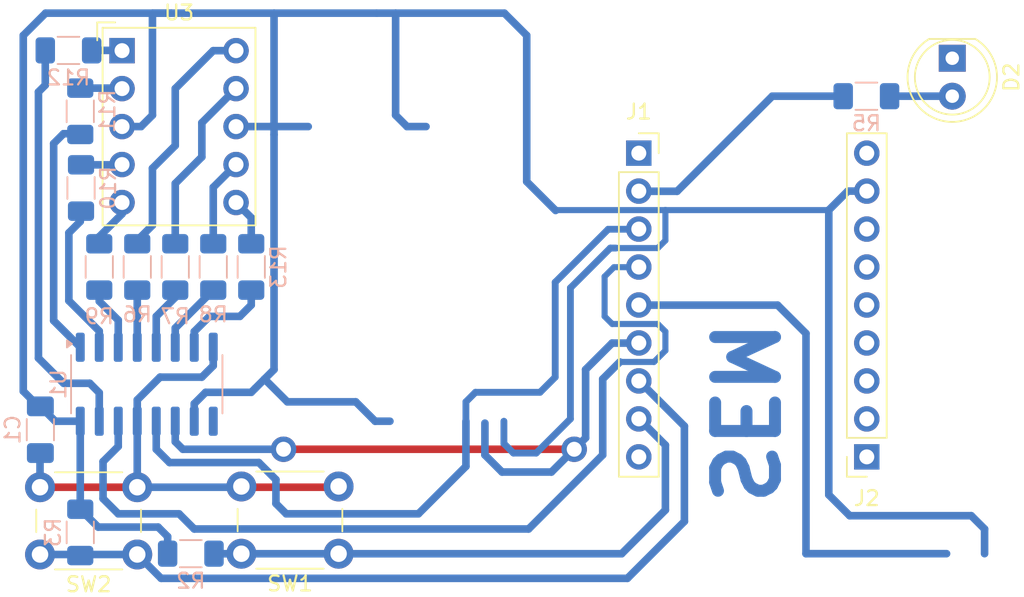
<source format=kicad_pcb>
(kicad_pcb (version 20240108) (generator "pcbnew") (generator_version "8.0")
  (title_block (title "SEM tanfolyam alappanel demo") (date "2024-02-29") (company "Schönherz Elektronikai Műhely"))
  (layers (0 "F.Cu" signal) (31 "B.Cu" signal) (34 "B.Paste" user) (35 "F.Paste" user) (36 "B.SilkS" user "B.Silkscreen") (37 "F.SilkS" user "F.Silkscreen") (38 "B.Mask" user) (39 "F.Mask" user) (44 "Edge.Cuts" user))
  (net 0 "")
  (net 1 "Net-(U1-QC)")
  (net 2 "Net-(U3-C)")
  (net 3 "Net-(U1-QH)")
  (net 4 "Net-(U3-DP)")
  (net 5 "Net-(U1-QG)")
  (net 6 "Net-(U3-G)")
  (net 7 "Net-(U1-QF)")
  (net 8 "Net-(U3-F)")
  (net 9 "Net-(U1-QE)")
  (net 10 "Net-(U3-E)")
  (net 11 "Net-(U1-QD)")
  (net 12 "Net-(U3-D)")
  (net 13 "Net-(U1-QB)")
  (net 14 "Net-(U3-B)")
  (net 15 "Net-(U1-QA)")
  (net 16 "Net-(U3-A)")
  (net 17 "/P1.6")
  (net 18 "Net-(D2-A)")
  (net 19 "/P1.4")
  (net 20 "VCC")
  (net 21 "/P1.1")
  (net 22 "/P1.0")
  (net 23 "/P1.7")
  (net 24 "GND")
  (net 25 "/P1.5")
  (net 26 "/P1.2")
  (net 27 "/P1.3")
  (net 28 "/P5.5")
  (net 29 "/P3.7")
  (net 30 "/P3.6")
  (net 31 "/P3.5")
  (net 32 "/P3.4")
  (net 33 "/P3.3")
  (net 34 "/P3.2")
  (net 35 "/RST")
  (footprint "Button_Switch_THT:SW_PUSH_6mm" (layer "F.Cu") (at 115.663 117.266 180)
    (property "Reference" "SW2" (at 3.25 -2 0) (layer "F.SilkS"))
    (property "Value" "SW_Push")
    (fp_line (start 6.75 3) (end 6.75 1.5) (stroke (width 0.12)) (layer "F.SilkS"))
    (fp_line (start 5.5 -1) (end 1 -1) (stroke (width 0.12)) (layer "F.SilkS"))
    (fp_line (start 1 5.5) (end 5.5 5.5) (stroke (width 0.12)) (layer "F.SilkS"))
    (fp_line (start -0.25 1.5) (end -0.25 3) (stroke (width 0.12)) (layer "F.SilkS"))
    (pad "1" thru_hole circle (at 0 0 270) (size 2 2) (drill 1.1) (layers "*.Cu" "*.Mask") (net 17 "/P1.6"))
    (pad "1" thru_hole circle (at 6.5 0 270) (size 2 2) (drill 1.1) (layers "*.Cu" "*.Mask") (net 17 "/P1.6"))
    (pad "2" thru_hole circle (at 0 4.5 270) (size 2 2) (drill 1.1) (layers "*.Cu" "*.Mask") (net 24 "GND"))
    (pad "2" thru_hole circle (at 6.5 4.5 270) (size 2 2) (drill 1.1) (layers "*.Cu" "*.Mask") (net 24 "GND"))
  )
  (footprint "Connector_PinSocket_2.54mm:PinSocket_1x09_P2.54mm_Vertical" (layer "F.Cu") (at 164.431 110.734 180)
    (property "Reference" "J2" (at 0 -2.77 180) (layer "F.SilkS"))
    (property "Value" "Connector")
    (fp_line (start 1.33 1.27) (end 1.33 21.65) (stroke (width 0.12)) (layer "F.SilkS"))
    (fp_line (start 1.33 -1.33) (end 1.33 0) (stroke (width 0.12)) (layer "F.SilkS"))
    (fp_line (start 0 -1.33) (end 1.33 -1.33) (stroke (width 0.12)) (layer "F.SilkS"))
    (fp_line (start -1.33 21.65) (end 1.33 21.65) (stroke (width 0.12)) (layer "F.SilkS"))
    (fp_line (start -1.33 1.27) (end 1.33 1.27) (stroke (width 0.12)) (layer "F.SilkS"))
    (fp_line (start -1.33 1.27) (end -1.33 21.65) (stroke (width 0.12)) (layer "F.SilkS"))
    (pad "1" thru_hole rect (at 0 0 180) (size 1.7 1.7) (drill 1) (layers "*.Cu" "*.Mask") (net 34 "/P3.2"))
    (pad "2" thru_hole oval (at 0 2.54 180) (size 1.7 1.7) (drill 1) (layers "*.Cu" "*.Mask") (net 33 "/P3.3"))
    (pad "3" thru_hole oval (at 0 5.08 180) (size 1.7 1.7) (drill 1) (layers "*.Cu" "*.Mask") (net 32 "/P3.4"))
    (pad "4" thru_hole oval (at 0 7.62 180) (size 1.7 1.7) (drill 1) (layers "*.Cu" "*.Mask") (net 31 "/P3.5"))
    (pad "5" thru_hole oval (at 0 10.16 180) (size 1.7 1.7) (drill 1) (layers "*.Cu" "*.Mask") (net 30 "/P3.6"))
    (pad "6" thru_hole oval (at 0 12.7 180) (size 1.7 1.7) (drill 1) (layers "*.Cu" "*.Mask") (net 29 "/P3.7"))
    (pad "7" thru_hole oval (at 0 15.24 180) (size 1.7 1.7) (drill 1) (layers "*.Cu" "*.Mask") (net 28 "/P5.5"))
    (pad "8" thru_hole oval (at 0 17.78 180) (size 1.7 1.7) (drill 1) (layers "*.Cu" "*.Mask") (net 20 "VCC"))
    (pad "9" thru_hole oval (at 0 20.32 180) (size 1.7 1.7) (drill 1) (layers "*.Cu" "*.Mask") (net 24 "GND"))
  )
  (footprint "Button_Switch_THT:SW_PUSH_6mm" (layer "F.Cu") (at 129.1226 117.2152 180)
    (property "Reference" "SW1" (at 3.25 -2 0) (layer "F.SilkS"))
    (property "Value" "SW_Push")
    (fp_line (start 6.75 3) (end 6.75 1.5) (stroke (width 0.12)) (layer "F.SilkS"))
    (fp_line (start 5.5 -1) (end 1 -1) (stroke (width 0.12)) (layer "F.SilkS"))
    (fp_line (start 1 5.5) (end 5.5 5.5) (stroke (width 0.12)) (layer "F.SilkS"))
    (fp_line (start -0.25 1.5) (end -0.25 3) (stroke (width 0.12)) (layer "F.SilkS"))
    (pad "1" thru_hole circle (at 0 0 270) (size 2 2) (drill 1.1) (layers "*.Cu" "*.Mask") (net 23 "/P1.7"))
    (pad "1" thru_hole circle (at 6.5 0 270) (size 2 2) (drill 1.1) (layers "*.Cu" "*.Mask") (net 23 "/P1.7"))
    (pad "2" thru_hole circle (at 0 4.5 270) (size 2 2) (drill 1.1) (layers "*.Cu" "*.Mask") (net 24 "GND"))
    (pad "2" thru_hole circle (at 6.5 4.5 270) (size 2 2) (drill 1.1) (layers "*.Cu" "*.Mask") (net 24 "GND"))
  )
  (footprint "LED_THT:LED_D5.0mm" (layer "F.Cu") (at 170.146 84.064 -90)
    (property "Reference" "D2" (at 1.27 -3.96 90) (layer "F.SilkS"))
    (property "Value" "RED")
    (fp_line (start -1.29 -1.545) (end -1.29 1.545) (stroke (width 0.12)) (layer "F.SilkS"))
    (fp_arc (start 4.26 -0.000462) (mid 2.072002 2.880433) (end -1.29 1.54483) (stroke (width 0.12)) (layer "F.SilkS"))
    (fp_arc (start -1.29 -1.54483) (mid 2.072002 -2.880433) (end 4.26 0.000462) (stroke (width 0.12)) (layer "F.SilkS"))
    (fp_circle (center 1.27 0) (end 3.77 0) (stroke (width 0.12)) (fill none) (layer "F.SilkS"))
    (pad "1" thru_hole rect (at 0 0 270) (size 1.8 1.8) (drill 0.9) (layers "*.Cu" "*.Mask") (net 24 "GND"))
    (pad "2" thru_hole circle (at 2.54 0 270) (size 1.8 1.8) (drill 0.9) (layers "*.Cu" "*.Mask") (net 18 "Net-(D2-A)"))
  )
  (footprint "Display_7Segment:Sx39-1xxxxx" (layer "F.Cu") (at 114.647 83.556)
    (property "Reference" "U3" (at 3.81 -2.54 0) (layer "F.SilkS"))
    (property "Value" "SA39-11SRWA")
    (fp_line (start -1.66 -1.89) (end -0.46 -1.89) (stroke (width 0.12)) (layer "F.SilkS"))
    (fp_line (start -1.66 -0.69) (end -1.66 -1.89) (stroke (width 0.12)) (layer "F.SilkS"))
    (fp_line (start -1.3 -1.53) (end -1.3 11.69) (stroke (width 0.12)) (layer "F.SilkS"))
    (fp_line (start -1.3 11.69) (end 8.92 11.69) (stroke (width 0.12)) (layer "F.SilkS"))
    (fp_line (start 8.92 -1.53) (end -1.3 -1.53) (stroke (width 0.12)) (layer "F.SilkS"))
    (fp_line (start 8.92 11.69) (end 8.92 -1.53) (stroke (width 0.12)) (layer "F.SilkS"))
    (pad "1" thru_hole rect (at 0 0) (size 1.7 1.7) (drill 1) (layers "*.Cu" "*.Mask") (net 6 "Net-(U3-G)"))
    (pad "2" thru_hole circle (at 0 2.54) (size 1.7 1.7) (drill 1) (layers "*.Cu" "*.Mask") (net 8 "Net-(U3-F)"))
    (pad "3" thru_hole circle (at 0 5.08) (size 1.7 1.7) (drill 1) (layers "*.Cu" "*.Mask") (net 20 "VCC"))
    (pad "4" thru_hole circle (at 0 7.62) (size 1.7 1.7) (drill 1) (layers "*.Cu" "*.Mask") (net 10 "Net-(U3-E)"))
    (pad "5" thru_hole circle (at 0 10.16) (size 1.7 1.7) (drill 1) (layers "*.Cu" "*.Mask") (net 12 "Net-(U3-D)"))
    (pad "6" thru_hole circle (at 7.62 10.16) (size 1.7 1.7) (drill 1) (layers "*.Cu" "*.Mask") (net 4 "Net-(U3-DP)"))
    (pad "7" thru_hole circle (at 7.62 7.62) (size 1.7 1.7) (drill 1) (layers "*.Cu" "*.Mask") (net 2 "Net-(U3-C)"))
    (pad "8" thru_hole circle (at 7.62 5.08) (size 1.7 1.7) (drill 1) (layers "*.Cu" "*.Mask") (net 20 "VCC"))
    (pad "9" thru_hole circle (at 7.62 2.54) (size 1.7 1.7) (drill 1) (layers "*.Cu" "*.Mask") (net 14 "Net-(U3-B)"))
    (pad "10" thru_hole circle (at 7.62 0) (size 1.7 1.7) (drill 1) (layers "*.Cu" "*.Mask") (net 16 "Net-(U3-A)"))
  )
  (footprint "Connector_PinSocket_2.54mm:PinSocket_1x09_P2.54mm_Vertical" (layer "F.Cu") (at 149.191 90.414)
    (property "Reference" "J1" (at 0 -2.77 0) (layer "F.SilkS"))
    (property "Value" "Connector")
    (fp_line (start -1.33 1.27) (end -1.33 21.65) (stroke (width 0.12)) (layer "F.SilkS"))
    (fp_line (start -1.33 1.27) (end 1.33 1.27) (stroke (width 0.12)) (layer "F.SilkS"))
    (fp_line (start -1.33 21.65) (end 1.33 21.65) (stroke (width 0.12)) (layer "F.SilkS"))
    (fp_line (start 0 -1.33) (end 1.33 -1.33) (stroke (width 0.12)) (layer "F.SilkS"))
    (fp_line (start 1.33 -1.33) (end 1.33 0) (stroke (width 0.12)) (layer "F.SilkS"))
    (fp_line (start 1.33 1.27) (end 1.33 21.65) (stroke (width 0.12)) (layer "F.SilkS"))
    (pad "1" thru_hole rect (at 0 0) (size 1.7 1.7) (drill 1) (layers "*.Cu" "*.Mask") (net 22 "/P1.0"))
    (pad "2" thru_hole oval (at 0 2.54) (size 1.7 1.7) (drill 1) (layers "*.Cu" "*.Mask") (net 21 "/P1.1"))
    (pad "3" thru_hole oval (at 0 5.08) (size 1.7 1.7) (drill 1) (layers "*.Cu" "*.Mask") (net 26 "/P1.2"))
    (pad "4" thru_hole oval (at 0 7.62) (size 1.7 1.7) (drill 1) (layers "*.Cu" "*.Mask") (net 27 "/P1.3"))
    (pad "5" thru_hole oval (at 0 10.16) (size 1.7 1.7) (drill 1) (layers "*.Cu" "*.Mask") (net 19 "/P1.4"))
    (pad "6" thru_hole oval (at 0 12.7) (size 1.7 1.7) (drill 1) (layers "*.Cu" "*.Mask") (net 25 "/P1.5"))
    (pad "7" thru_hole oval (at 0 15.24) (size 1.7 1.7) (drill 1) (layers "*.Cu" "*.Mask") (net 17 "/P1.6"))
    (pad "8" thru_hole oval (at 0 17.78) (size 1.7 1.7) (drill 1) (layers "*.Cu" "*.Mask") (net 23 "/P1.7"))
    (pad "9" thru_hole oval (at 0 20.32) (size 1.7 1.7) (drill 1) (layers "*.Cu" "*.Mask") (net 35 "/RST"))
  )
  (footprint "Resistor_SMD:R_1206_3216Metric_Pad1.30x1.75mm_HandSolder" (layer "B.Cu") (at 115.663 98.028 90)
    (property "Reference" "R6" (at -3.181 0 0) (layer "B.SilkS") (effects (justify mirror)))
    (property "Value" "1k")
    (fp_line (start 0.727064 -0.91) (end -0.727064 -0.91) (stroke (width 0.12)) (layer "B.SilkS"))
    (fp_line (start 0.727064 0.91) (end -0.727064 0.91) (stroke (width 0.12)) (layer "B.SilkS"))
    (pad "1" smd roundrect (at -1.55 0 90) (size 1.3 1.75) (layers "B.Cu" "B.Paste" "B.Mask") (roundrect_rratio 0.192308) (net 9 "Net-(U1-QE)"))
    (pad "2" smd roundrect (at 1.55 0 90) (size 1.3 1.75) (layers "B.Cu" "B.Paste" "B.Mask") (roundrect_rratio 0.192308) (net 16 "Net-(U3-A)"))
  )
  (footprint "Resistor_SMD:R_1206_3216Metric_Pad1.30x1.75mm_HandSolder" (layer "B.Cu") (at 111.9038 92.7448 90)
    (property "Reference" "R10" (at 0 1.82 -90) (layer "B.SilkS") (effects (justify mirror)))
    (property "Value" "1k")
    (fp_line (start 0.727064 -0.91) (end -0.727064 -0.91) (stroke (width 0.12)) (layer "B.SilkS"))
    (fp_line (start 0.727064 0.91) (end -0.727064 0.91) (stroke (width 0.12)) (layer "B.SilkS"))
    (pad "1" smd roundrect (at -1.55 0 90) (size 1.3 1.75) (layers "B.Cu" "B.Paste" "B.Mask") (roundrect_rratio 0.192308) (net 1 "Net-(U1-QC)"))
    (pad "2" smd roundrect (at 1.55 0 90) (size 1.3 1.75) (layers "B.Cu" "B.Paste" "B.Mask") (roundrect_rratio 0.192308) (net 10 "Net-(U3-E)"))
  )
  (footprint "Capacitor_SMD:C_1206_3216Metric_Pad1.33x1.80mm_HandSolder" (layer "B.Cu") (at 109.186 108.9175 -90)
    (property "Reference" "C1" (at 0 1.85 90) (layer "B.SilkS") (effects (justify mirror)))
    (property "Value" "100n")
    (fp_line (start 0.711252 0.91) (end -0.711252 0.91) (stroke (width 0.12)) (layer "B.SilkS"))
    (fp_line (start 0.711252 -0.91) (end -0.711252 -0.91) (stroke (width 0.12)) (layer "B.SilkS"))
    (pad "1" smd roundrect (at -1.5625 0 270) (size 1.325 1.8) (layers "B.Cu" "B.Paste" "B.Mask") (roundrect_rratio 0.188679) (net 20 "VCC"))
    (pad "2" smd roundrect (at 1.5625 0 270) (size 1.325 1.8) (layers "B.Cu" "B.Paste" "B.Mask") (roundrect_rratio 0.188679) (net 24 "GND"))
  )
  (footprint "Resistor_SMD:R_1206_3216Metric_Pad1.30x1.75mm_HandSolder" (layer "B.Cu") (at 111.065 83.54)
    (property "Reference" "R12" (at 0 1.82 0) (layer "B.SilkS") (effects (justify mirror)))
    (property "Value" "1k")
    (fp_line (start 0.727064 -0.91) (end -0.727064 -0.91) (stroke (width 0.12)) (layer "B.SilkS"))
    (fp_line (start 0.727064 0.91) (end -0.727064 0.91) (stroke (width 0.12)) (layer "B.SilkS"))
    (pad "1" smd roundrect (at -1.55 0) (size 1.3 1.75) (layers "B.Cu" "B.Paste" "B.Mask") (roundrect_rratio 0.192308) (net 15 "Net-(U1-QA)"))
    (pad "2" smd roundrect (at 1.55 0) (size 1.3 1.75) (layers "B.Cu" "B.Paste" "B.Mask") (roundrect_rratio 0.192308) (net 6 "Net-(U3-G)"))
  )
  (footprint "Package_SO:SOIC-16_3.9x9.9mm_P1.27mm" (layer "B.Cu") (at 116.298 105.875 -90)
    (property "Reference" "U1" (at 0 5.9 90) (layer "B.SilkS") (effects (justify mirror)))
    (property "Value" "74HC595")
    (fp_line (start -1.95 5.06) (end 0 5.06) (stroke (width 0.12)) (layer "B.SilkS"))
    (fp_line (start 1.95 5.06) (end 0 5.06) (stroke (width 0.12)) (layer "B.SilkS"))
    (fp_line (start -1.95 -5.06) (end 0 -5.06) (stroke (width 0.12)) (layer "B.SilkS"))
    (fp_line (start 1.95 -5.06) (end 0 -5.06) (stroke (width 0.12)) (layer "B.SilkS"))
    (fp_poly (pts (xy -2.7 5.005) (xy -2.94 5.335) (xy -2.46 5.335) (xy -2.7 5.005)) (stroke (width 0.12)) (fill solid) (layer "B.SilkS"))
    (pad "1" smd roundrect (at -2.475 4.445 270) (size 1.95 0.6) (layers "B.Cu" "B.Paste" "B.Mask") (net 13 "Net-(U1-QB)"))
    (pad "2" smd roundrect (at -2.475 3.175 270) (size 1.95 0.6) (layers "B.Cu" "B.Paste" "B.Mask") (net 1 "Net-(U1-QC)"))
    (pad "3" smd roundrect (at -2.475 1.905 270) (size 1.95 0.6) (layers "B.Cu" "B.Paste" "B.Mask") (net 11 "Net-(U1-QD)"))
    (pad "4" smd roundrect (at -2.475 0.635 270) (size 1.95 0.6) (layers "B.Cu" "B.Paste" "B.Mask") (net 9 "Net-(U1-QE)"))
    (pad "5" smd roundrect (at -2.475 -0.635 270) (size 1.95 0.6) (layers "B.Cu" "B.Paste" "B.Mask") (net 7 "Net-(U1-QF)"))
    (pad "6" smd roundrect (at -2.475 -1.905 270) (size 1.95 0.6) (layers "B.Cu" "B.Paste" "B.Mask") (net 5 "Net-(U1-QG)"))
    (pad "7" smd roundrect (at -2.475 -3.175 270) (size 1.95 0.6) (layers "B.Cu" "B.Paste" "B.Mask") (net 3 "Net-(U1-QH)"))
    (pad "8" smd roundrect (at -2.475 -4.445 270) (size 1.95 0.6) (layers "B.Cu" "B.Paste" "B.Mask") (net 24 "GND"))
    (pad "9" smd roundrect (at 2.475 -4.445 270) (size 1.95 0.6) (layers "B.Cu" "B.Paste" "B.Mask"))
    (pad "10" smd roundrect (at 2.475 -3.175 270) (size 1.95 0.6) (layers "B.Cu" "B.Paste" "B.Mask") (net 20 "VCC"))
    (pad "11" smd roundrect (at 2.475 -1.905 270) (size 1.95 0.6) (layers "B.Cu" "B.Paste" "B.Mask") (net 25 "/P1.5"))
    (pad "12" smd roundrect (at 2.475 -0.635 270) (size 1.95 0.6) (layers "B.Cu" "B.Paste" "B.Mask") (net 26 "/P1.2"))
    (pad "13" smd roundrect (at 2.475 0.635 270) (size 1.95 0.6) (layers "B.Cu" "B.Paste" "B.Mask") (net 24 "GND"))
    (pad "14" smd roundrect (at 2.475 1.905 270) (size 1.95 0.6) (layers "B.Cu" "B.Paste" "B.Mask") (net 27 "/P1.3"))
    (pad "15" smd roundrect (at 2.475 3.175 270) (size 1.95 0.6) (layers "B.Cu" "B.Paste" "B.Mask") (net 15 "Net-(U1-QA)"))
    (pad "16" smd roundrect (at 2.475 4.445 270) (size 1.95 0.6) (layers "B.Cu" "B.Paste" "B.Mask") (net 20 "VCC"))
  )
  (footprint "Resistor_SMD:R_1206_3216Metric_Pad1.30x1.75mm_HandSolder" (layer "B.Cu") (at 118.203 98.028 90)
    (property "Reference" "R7" (at -3.308 0 0) (layer "B.SilkS") (effects (justify mirror)))
    (property "Value" "1k")
    (fp_line (start 0.727064 -0.91) (end -0.727064 -0.91) (stroke (width 0.12)) (layer "B.SilkS"))
    (fp_line (start 0.727064 0.91) (end -0.727064 0.91) (stroke (width 0.12)) (layer "B.SilkS"))
    (pad "1" smd roundrect (at -1.55 0 90) (size 1.3 1.75) (layers "B.Cu" "B.Paste" "B.Mask") (roundrect_rratio 0.192308) (net 7 "Net-(U1-QF)"))
    (pad "2" smd roundrect (at 1.55 0 90) (size 1.3 1.75) (layers "B.Cu" "B.Paste" "B.Mask") (roundrect_rratio 0.192308) (net 14 "Net-(U3-B)"))
  )
  (footprint "Resistor_SMD:R_1206_3216Metric_Pad1.30x1.75mm_HandSolder" (layer "B.Cu") (at 123.283 98.028 90)
    (property "Reference" "R13" (at 0 1.82 -90) (layer "B.SilkS") (effects (justify mirror)))
    (property "Value" "1k")
    (fp_line (start 0.727064 -0.91) (end -0.727064 -0.91) (stroke (width 0.12)) (layer "B.SilkS"))
    (fp_line (start 0.727064 0.91) (end -0.727064 0.91) (stroke (width 0.12)) (layer "B.SilkS"))
    (pad "1" smd roundrect (at -1.55 0 90) (size 1.3 1.75) (layers "B.Cu" "B.Paste" "B.Mask") (roundrect_rratio 0.192308) (net 3 "Net-(U1-QH)"))
    (pad "2" smd roundrect (at 1.55 0 90) (size 1.3 1.75) (layers "B.Cu" "B.Paste" "B.Mask") (roundrect_rratio 0.192308) (net 4 "Net-(U3-DP)"))
  )
  (footprint "Resistor_SMD:R_1206_3216Metric_Pad1.30x1.75mm_HandSolder" (layer "B.Cu") (at 120.743 98.028 90)
    (property "Reference" "R8" (at -3.181 0 0) (layer "B.SilkS") (effects (justify mirror)))
    (property "Value" "1k")
    (fp_line (start 0.727064 -0.91) (end -0.727064 -0.91) (stroke (width 0.12)) (layer "B.SilkS"))
    (fp_line (start 0.727064 0.91) (end -0.727064 0.91) (stroke (width 0.12)) (layer "B.SilkS"))
    (pad "1" smd roundrect (at -1.55 0 90) (size 1.3 1.75) (layers "B.Cu" "B.Paste" "B.Mask") (roundrect_rratio 0.192308) (net 5 "Net-(U1-QG)"))
    (pad "2" smd roundrect (at 1.55 0 90) (size 1.3 1.75) (layers "B.Cu" "B.Paste" "B.Mask") (roundrect_rratio 0.192308) (net 2 "Net-(U3-C)"))
  )
  (footprint "Resistor_SMD:R_1206_3216Metric_Pad1.30x1.75mm_HandSolder" (layer "B.Cu") (at 119.2438 117.211)
    (property "Reference" "R2" (at 0 1.82 0) (layer "B.SilkS") (effects (justify mirror)))
    (property "Value" "10k")
    (fp_line (start 0.727064 -0.91) (end -0.727064 -0.91) (stroke (width 0.12)) (layer "B.SilkS"))
    (fp_line (start 0.727064 0.91) (end -0.727064 0.91) (stroke (width 0.12)) (layer "B.SilkS"))
    (pad "1" smd roundrect (at -1.55 0) (size 1.3 1.75) (layers "B.Cu" "B.Paste" "B.Mask") (roundrect_rratio 0.192308) (net 20 "VCC"))
    (pad "2" smd roundrect (at 1.55 0) (size 1.3 1.75) (layers "B.Cu" "B.Paste" "B.Mask") (roundrect_rratio 0.192308) (net 23 "/P1.7"))
  )
  (footprint "Resistor_SMD:R_1206_3216Metric_Pad1.30x1.75mm_HandSolder" (layer "B.Cu") (at 113.123 98.028 90)
    (property "Reference" "R9" (at -3.308 0 0) (layer "B.SilkS") (effects (justify mirror)))
    (property "Value" "1k")
    (fp_line (start 0.727064 -0.91) (end -0.727064 -0.91) (stroke (width 0.12)) (layer "B.SilkS"))
    (fp_line (start 0.727064 0.91) (end -0.727064 0.91) (stroke (width 0.12)) (layer "B.SilkS"))
    (pad "1" smd roundrect (at -1.55 0 90) (size 1.3 1.75) (layers "B.Cu" "B.Paste" "B.Mask") (roundrect_rratio 0.192308) (net 11 "Net-(U1-QD)"))
    (pad "2" smd roundrect (at 1.55 0 90) (size 1.3 1.75) (layers "B.Cu" "B.Paste" "B.Mask") (roundrect_rratio 0.192308) (net 12 "Net-(U3-D)"))
  )
  (footprint "Resistor_SMD:R_1206_3216Metric_Pad1.30x1.75mm_HandSolder" (layer "B.Cu") (at 164.405 86.604)
    (property "Reference" "R5" (at 0 1.82 180) (layer "B.SilkS") (effects (justify mirror)))
    (property "Value" "1k")
    (fp_line (start 0.727064 -0.91) (end -0.727064 -0.91) (stroke (width 0.12)) (layer "B.SilkS"))
    (fp_line (start 0.727064 0.91) (end -0.727064 0.91) (stroke (width 0.12)) (layer "B.SilkS"))
    (pad "1" smd roundrect (at -1.55 0) (size 1.3 1.75) (layers "B.Cu" "B.Paste" "B.Mask") (roundrect_rratio 0.192308) (net 21 "/P1.1"))
    (pad "2" smd roundrect (at 1.55 0) (size 1.3 1.75) (layers "B.Cu" "B.Paste" "B.Mask") (roundrect_rratio 0.192308) (net 18 "Net-(D2-A)"))
  )
  (footprint "Resistor_SMD:R_1206_3216Metric_Pad1.30x1.75mm_HandSolder" (layer "B.Cu") (at 111.853 87.614 90)
    (property "Reference" "R11" (at 0 1.82 -90) (layer "B.SilkS") (effects (justify mirror)))
    (property "Value" "1k")
    (fp_line (start 0.727064 -0.91) (end -0.727064 -0.91) (stroke (width 0.12)) (layer "B.SilkS"))
    (fp_line (start 0.727064 0.91) (end -0.727064 0.91) (stroke (width 0.12)) (layer "B.SilkS"))
    (pad "1" smd roundrect (at -1.55 0 90) (size 1.3 1.75) (layers "B.Cu" "B.Paste" "B.Mask") (roundrect_rratio 0.192308) (net 13 "Net-(U1-QB)"))
    (pad "2" smd roundrect (at 1.55 0 90) (size 1.3 1.75) (layers "B.Cu" "B.Paste" "B.Mask") (roundrect_rratio 0.192308) (net 8 "Net-(U3-F)"))
  )
  (footprint "Resistor_SMD:R_1206_3216Metric_Pad1.30x1.75mm_HandSolder" (layer "B.Cu") (at 111.853 115.788 -90)
    (property "Reference" "R3" (at 0 1.82 90) (layer "B.SilkS") (effects (justify mirror)))
    (property "Value" "10k")
    (fp_line (start 0.727064 0.91) (end -0.727064 0.91) (stroke (width 0.12)) (layer "B.SilkS"))
    (fp_line (start 0.727064 -0.91) (end -0.727064 -0.91) (stroke (width 0.12)) (layer "B.SilkS"))
    (pad "1" smd roundrect (at -1.55 0 270) (size 1.3 1.75) (layers "B.Cu" "B.Paste" "B.Mask") (roundrect_rratio 0.192308) (net 20 "VCC"))
    (pad "2" smd roundrect (at 1.55 0 270) (size 1.3 1.75) (layers "B.Cu" "B.Paste" "B.Mask") (roundrect_rratio 0.192308) (net 17 "/P1.6"))
  )
  (gr_text "SEM" (at 153.763 114.29 -90) (layer "B.Cu") (effects (font (size 4 4) (thickness 0.8) (bold yes)) (justify left bottom mirror)))
  (segment (start 113.123 102.32) (end 113.123 103.4) (width 0.508) (layer "B.Cu") (net 1))
  (segment (start 111.853 93.938) (end 111.853 94.986) (width 0.508) (layer "B.Cu") (net 1))
  (segment (start 111.091 100.288) (end 113.123 102.32) (width 0.508) (layer "B.Cu") (net 1))
  (segment (start 111.853 94.986) (end 111.091 95.748) (width 0.508) (layer "B.Cu") (net 1))
  (segment (start 111.091 95.748) (end 111.091 100.288) (width 0.508) (layer "B.Cu") (net 1))
  (segment (start 120.743 96.764) (end 120.743 92.7) (width 0.508) (layer "B.Cu") (net 2))
  (segment (start 120.743 92.7) (end 122.267 91.176) (width 0.508) (layer "B.Cu") (net 2))
  (segment (start 119.473 103.4) (end 119.473 102.352) (width 0.508) (layer "B.Cu") (net 3))
  (segment (start 120.489 101.336) (end 122.521 101.336) (width 0.508) (layer "B.Cu") (net 3))
  (segment (start 119.473 102.352) (end 120.489 101.336) (width 0.508) (layer "B.Cu") (net 3))
  (segment (start 123.283 100.574) (end 123.283 99.578) (width 0.508) (layer "B.Cu") (net 3))
  (segment (start 122.521 101.336) (end 123.283 100.574) (width 0.508) (layer "B.Cu") (net 3))
  (segment (start 123.283 96.764) (end 123.283 94.732) (width 0.508) (layer "B.Cu") (net 4))
  (segment (start 123.283 94.732) (end 122.267 93.716) (width 0.508) (layer "B.Cu") (net 4))
  (segment (start 118.203 103.4) (end 118.203 102.118) (width 0.508) (layer "B.Cu") (net 5))
  (segment (start 118.203 102.118) (end 120.743 99.578) (width 0.508) (layer "B.Cu") (net 5))
  (segment (start 112.615 83.54) (end 114.631 83.54) (width 0.508) (layer "B.Cu") (net 6))
  (segment (start 114.631 83.54) (end 114.647 83.556) (width 0.508) (layer "B.Cu") (net 6))
  (segment (start 116.933 103.4) (end 116.933 101.336) (width 0.508) (layer "B.Cu") (net 7))
  (segment (start 116.933 101.336) (end 118.203 100.066) (width 0.508) (layer "B.Cu") (net 7))
  (segment (start 118.203 100.066) (end 118.203 99.578) (width 0.508) (layer "B.Cu") (net 7))
  (segment (start 111.599 86.064) (end 114.615 86.064) (width 0.508) (layer "B.Cu") (net 8))
  (segment (start 114.615 86.064) (end 114.647 86.096) (width 0.508) (layer "B.Cu") (net 8))
  (segment (start 115.663 103.4) (end 115.663 100.118) (width 0.508) (layer "B.Cu") (net 9))
  (segment (start 114.6282 91.1948) (end 114.647 91.176) (width 0.508) (layer "B.Cu") (net 10))
  (segment (start 111.9038 91.1948) (end 114.6282 91.1948) (width 0.508) (layer "B.Cu") (net 10))
  (segment (start 114.393 101.59) (end 113.123 100.32) (width 0.508) (layer "B.Cu") (net 11))
  (segment (start 113.123 100.32) (end 113.123 99.578) (width 0.508) (layer "B.Cu") (net 11))
  (segment (start 114.393 103.4) (end 114.393 101.59) (width 0.508) (layer "B.Cu") (net 11))
  (segment (start 114.647 93.716) (end 114.647 94.478) (width 0.508) (layer "B.Cu") (net 12))
  (segment (start 114.647 94.478) (end 113.123 96.002) (width 0.508) (layer "B.Cu") (net 12))
  (segment (start 113.123 96.002) (end 113.123 96.478) (width 0.508) (layer "B.Cu") (net 12))
  (segment (start 111.853 103.4) (end 110.075 101.622) (width 0.508) (layer "B.Cu") (net 13))
  (segment (start 110.075 89.7724) (end 110.7354 89.112) (width 0.508) (layer "B.Cu") (net 13))
  (segment (start 110.075 101.622) (end 110.075 89.7724) (width 0.508) (layer "B.Cu") (net 13))
  (segment (start 110.7354 89.112) (end 111.853 89.112) (width 0.508) (layer "B.Cu") (net 13))
  (segment (start 119.981 88.382) (end 122.267 86.096) (width 0.508) (layer "B.Cu") (net 14))
  (segment (start 118.203 96.764) (end 118.203 92.446) (width 0.508) (layer "B.Cu") (net 14))
  (segment (start 119.981 90.668) (end 119.981 88.382) (width 0.508) (layer "B.Cu") (net 14))
  (segment (start 118.203 92.446) (end 119.981 90.668) (width 0.508) (layer "B.Cu") (net 14))
  (segment (start 112.488 105.81) (end 113.123 106.445) (width 0.508) (layer "B.Cu") (net 15))
  (segment (start 113.123 106.445) (end 113.123 108.35) (width 0.508) (layer "B.Cu") (net 15))
  (segment (start 109.515 85.862) (end 109.059 86.318) (width 0.508) (layer "B.Cu") (net 15))
  (segment (start 110.739 105.81) (end 112.488 105.81) (width 0.508) (layer "B.Cu") (net 15))
  (segment (start 109.059 104.13) (end 110.739 105.81) (width 0.508) (layer "B.Cu") (net 15))
  (segment (start 109.059 86.318) (end 109.059 104.13) (width 0.508) (layer "B.Cu") (net 15))
  (segment (start 109.515 83.54) (end 109.515 85.862) (width 0.508) (layer "B.Cu") (net 15))
  (segment (start 118.203 86.096) (end 120.743 83.556) (width 0.508) (layer "B.Cu") (net 16))
  (segment (start 115.663 96.764) (end 115.663 96.256) (width 0.508) (layer "B.Cu") (net 16))
  (segment (start 120.743 83.556) (end 122.267 83.556) (width 0.508) (layer "B.Cu") (net 16))
  (segment (start 116.679 91.43) (end 118.203 89.906) (width 0.508) (layer "B.Cu") (net 16))
  (segment (start 116.679 95.24) (end 116.679 91.43) (width 0.508) (layer "B.Cu") (net 16))
  (segment (start 115.663 96.256) (end 116.679 95.24) (width 0.508) (layer "B.Cu") (net 16))
  (segment (start 118.203 89.906) (end 118.203 86.096) (width 0.508) (layer "B.Cu") (net 16))
  (segment (start 148.429 118.862) (end 152.239 115.052) (width 0.508) (layer "B.Cu") (net 17))
  (segment (start 117.259 118.862) (end 148.429 118.862) (width 0.508) (layer "B.Cu") (net 17))
  (segment (start 152.239 108.678) (end 149.225 105.664) (width 0.508) (layer "B.Cu") (net 17))
  (segment (start 152.239 115.052) (end 152.239 108.678) (width 0.508) (layer "B.Cu") (net 17))
  (segment (start 115.663 117.266) (end 117.259 118.862) (width 0.508) (layer "B.Cu") (net 17))
  (segment (start 109.313 117.266) (end 115.663 117.266) (width 0.508) (layer "B.Cu") (net 17))
  (segment (start 165.955 86.604) (end 170.146 86.604) (width 0.508) (layer "B.Cu") (net 18))
  (segment (start 160.367 102.479) (end 160.367 117.211) (width 0.508) (layer "B.Cu") (net 19))
  (segment (start 149.225 100.584) (end 158.472 100.584) (width 0.508) (layer "B.Cu") (net 19))
  (segment (start 158.472 100.584) (end 160.367 102.479) (width 0.508) (layer "B.Cu") (net 19))
  (segment (start 160.367 117.211) (end 169.765 117.211) (width 0.508) (layer "B.Cu") (net 19))
  (segment (start 111.853 108.35) (end 110.181 108.35) (width 0.508) (layer "B.Cu") (net 20))
  (segment (start 161.891 113.274) (end 161.891 94.224) (width 0.508) (layer "B.Cu") (net 20))
  (segment (start 143.6298 94.2508) (end 143.6566 94.224) (width 0.4064) (layer "B.Cu") (net 20))
  (segment (start 142.333 110.48) (end 144.619 108.194) (width 0.4572) (layer "B.Cu") (net 20))
  (segment (start 117.06 115.433) (end 117.6938 116.0668) (width 0.508) (layer "B.Cu") (net 20))
  (segment (start 109.535 81.048) (end 117.949 81.048) (width 0.508) (layer "B.Cu") (net 20))
  (segment (start 110.181 108.35) (end 109.186 107.355) (width 0.508) (layer "B.Cu") (net 20))
  (segment (start 141.698 82.54) (end 140.206 81.048) (width 0.508) (layer "B.Cu") (net 20))
  (segment (start 131.665 81.048) (end 132.935 81.048) (width 0.508) (layer "B.Cu") (net 20))
  (segment (start 150.9958 94.224) (end 150.969 94.2508) (width 0.4064) (layer "B.Cu") (net 20))
  (segment (start 125.696 107.051) (end 130.268 107.051) (width 0.508) (layer "B.Cu") (net 20))
  (segment (start 123.283 106.416) (end 123.537 106.162) (width 0.508) (layer "B.Cu") (net 20))
  (segment (start 111.853 114.238) (end 113.048 115.433) (width 0.508) (layer "B.Cu") (net 20))
  (segment (start 116.679 81.048) (end 117.949 81.048) (width 0.508) (layer "B.Cu") (net 20))
  (segment (start 131.567 108.35) (end 132.554 108.35) (width 0.508) (layer "B.Cu") (net 20))
  (segment (start 124.807 88.636) (end 127.093 88.636) (width 0.508) (layer "B.Cu") (net 20))
  (segment (start 123.537 106.162) (end 124.172 105.527) (width 0.508) (layer "B.Cu") (net 20))
  (segment (start 115.917 88.636) (end 116.679 87.874) (width 0.508) (layer "B.Cu") (net 20))
  (segment (start 141.698 92.319) (end 141.698 82.54) (width 0.508) (layer "B.Cu") (net 20))
  (segment (start 119.473 108.35) (end 119.473 107.178) (width 0.508) (layer "B.Cu") (net 20))
  (segment (start 140.174 108.35) (end 140.174 109.845) (width 0.4572) (layer "B.Cu") (net 20))
  (segment (start 147.286 96.764) (end 147.667 96.764) (width 0.4572) (layer "B.Cu") (net 20))
  (segment (start 116.679 87.874) (end 116.679 81.048) (width 0.508) (layer "B.Cu") (net 20))
  (segment (start 140.206 81.048) (end 132.935 81.048) (width 0.508) (layer "B.Cu") (net 20))
  (segment (start 163.288 114.671) (end 171.416 114.671) (width 0.508) (layer "B.Cu") (net 20))
  (segment (start 161.891 94.224) (end 150.9958 94.224) (width 0.4064) (layer "B.Cu") (net 20))
  (segment (start 133.697 88.636) (end 134.967 88.636) (width 0.508) (layer "B.Cu") (net 20))
  (segment (start 132.935 81.048) (end 132.935 87.874) (width 0.508) (layer "B.Cu") (net 20))
  (segment (start 124.807 81.048) (end 124.807 89.176) (width 0.508) (layer "B.Cu") (net 20))
  (segment (start 117.949 81.048) (end 124.807 81.048) (width 0.508) (layer "B.Cu") (net 20))
  (segment (start 171.416 114.671) (end 172.305 115.56) (width 0.508) (layer "B.Cu") (net 20))
  (segment (start 172.305 115.56) (end 172.305 117.211) (width 0.508) (layer "B.Cu") (net 20))
  (segment (start 161.891 94.224) (end 163.161 92.954) (width 0.508) (layer "B.Cu") (net 20))
  (segment (start 109.059 107.355) (end 108.043 106.339) (width 0.508) (layer "B.Cu") (net 20))
  (segment (start 161.891 113.274) (end 163.288 114.671) (width 0.508) (layer "B.Cu") (net 20))
  (segment (start 143.6566 94.224) (end 150.9422 94.224) (width 0.4064) (layer "B.Cu") (net 20))
  (segment (start 124.172 105.527) (end 125.696 107.051) (width 0.508) (layer "B.Cu") (net 20))
  (segment (start 124.172 105.527) (end 124.807 104.892) (width 0.508) (layer "B.Cu") (net 20))
  (segment (start 111.853 108.35) (end 111.853 114.238) (width 0.508) (layer "B.Cu") (net 20))
  (segment (start 132.935 87.874) (end 133.697 88.636) (width 0.508) (layer "B.Cu") (net 20))
  (segment (start 109.186 107.355) (end 109.059 107.355) (width 0.508) (layer "B.Cu") (net 20))
  (segment (start 124.553 88.636) (end 124.807 88.636) (width 0.508) (layer "B.Cu") (net 20))
  (segment (start 143.6298 94.2508) (end 141.698 92.319) (width 0.508) (layer "B.Cu") (net 20))
  (segment (start 124.807 81.048) (end 131.665 81.048) (width 0.508) (layer "B.Cu") (net 20))
  (segment (start 130.268 107.051) (end 131.567 108.35) (width 0.508) (layer "B.Cu") (net 20))
  (segment (start 124.807 104.892) (end 124.807 89.176) (width 0.508) (layer "B.Cu") (net 20))
  (segment (start 150.461 96.764) (end 150.969 96.256) (width 0.4064) (layer "B.Cu") (net 20))
  (segment (start 144.619 99.431) (end 147.286 96.764) (width 0.4572) (layer "B.Cu") (net 20))
  (segment (start 113.048 115.433) (end 117.06 115.433) (width 0.508) (layer "B.Cu") (net 20))
  (segment (start 140.809 110.48) (end 142.333 110.48) (width 0.4572) (layer "B.Cu") (net 20))
  (segment (start 163.161 92.954) (end 164.431 92.954) (width 0.508) (layer "B.Cu") (net 20))
  (segment (start 114.647 88.636) (end 115.917 88.636) (width 0.508) (layer "B.Cu") (net 20))
  (segment (start 120.235 106.416) (end 123.283 106.416) (width 0.508) (layer "B.Cu") (net 20))
  (segment (start 117.6938 116.0668) (end 117.6938 117.338) (width 0.508) (layer "B.Cu") (net 20))
  (segment (start 150.9422 94.224) (end 150.969 94.2508) (width 0.4064) (layer "B.Cu") (net 20))
  (segment (start 108.043 82.54) (end 109.535 81.048) (width 0.508) (layer "B.Cu") (net 20))
  (segment (start 119.473 107.178) (end 120.235 106.416) (width 0.508) (layer "B.Cu") (net 20))
  (segment (start 140.174 109.845) (end 140.809 110.48) (width 0.4572) (layer "B.Cu") (net 20))
  (segment (start 147.667 96.764) (end 150.461 96.764) (width 0.4064) (layer "B.Cu") (net 20))
  (segment (start 150.969 96.256) (end 150.969 94.2508) (width 0.4064) (layer "B.Cu") (net 20))
  (segment (start 144.619 108.194) (end 144.619 99.431) (width 0.4572) (layer "B.Cu") (net 20))
  (segment (start 108.043 106.339) (end 108.043 82.54) (width 0.508) (layer "B.Cu") (net 20))
  (segment (start 122.267 88.636) (end 124.553 88.636) (width 0.508) (layer "B.Cu") (net 20))
  (segment (start 158.113 86.604) (end 151.753 92.964) (width 0.508) (layer "B.Cu") (net 21))
  (segment (start 162.855 86.604) (end 158.113 86.604) (width 0.508) (layer "B.Cu") (net 21))
  (segment (start 149.215 92.954) (end 149.225 92.964) (width 0.508) (layer "B.Cu") (net 21))
  (segment (start 149.225 92.964) (end 151.753 92.964) (width 0.508) (layer "B.Cu") (net 21))
  (segment (start 148.0438 117.2152) (end 150.969 114.29) (width 0.508) (layer "B.Cu") (net 23))
  (segment (start 120.798 117.2152) (end 120.7938 117.211) (width 0.508) (layer "B.Cu") (net 23))
  (segment (start 150.969 109.948) (end 149.225 108.204) (width 0.508) (layer "B.Cu") (net 23))
  (segment (start 122.6226 117.2152) (end 120.798 117.2152) (width 0.508) (layer "B.Cu") (net 23))
  (segment (start 150.969 114.29) (end 150.969 109.948) (width 0.508) (layer "B.Cu") (net 23))
  (segment (start 122.6226 117.2152) (end 148.0438 117.2152) (width 0.508) (layer "B.Cu") (net 23))
  (segment (start 115.813 112.766) (end 109.313 112.766) (width 0.508) (layer "F.Cu") (net 24))
  (segment (start 129.0718 112.766) (end 129.1226 112.7152) (width 0.508) (layer "F.Cu") (net 24))
  (segment (start 122.6734 112.766) (end 129.0718 112.766) (width 0.508) (layer "F.Cu") (net 24))
  (segment (start 122.6226 112.7152) (end 122.6734 112.766) (width 0.508) (layer "F.Cu") (net 24))
  (segment (start 117.187 105.4) (end 119.981 105.4) (width 0.508) (layer "B.Cu") (net 24))
  (segment (start 115.663 108.35) (end 115.663 106.924) (width 0.508) (layer "B.Cu") (net 24))
  (segment (start 120.775 103.368) (end 120.743 103.4) (width 0.4572) (layer "B.Cu") (net 24))
  (segment (start 109.163 110.503) (end 109.186 110.48) (width 0.508) (layer "B.Cu") (net 24))
  (segment (start 109.163 112.766) (end 109.163 110.503) (width 0.508) (layer "B.Cu") (net 24))
  (segment (start 120.743 104.638) (end 120.743 103.4) (width 0.508) (layer "B.Cu") (net 24))
  (segment (start 115.663 108.35) (end 115.663 112.766) (width 0.508) (layer "B.Cu") (net 24))
  (segment (start 115.663 106.924) (end 117.187 105.4) (width 0.508) (layer "B.Cu") (net 24))
  (segment (start 121.863 112.766) (end 115.663 112.766) (width 0.508) (layer "B.Cu") (net 24))
  (segment (start 119.981 105.4) (end 120.743 104.638) (width 0.508) (layer "B.Cu") (net 24))
  (segment (start 115.663 112.616) (end 115.813 112.766) (width 0.508) (layer "B.Cu") (net 24))
  (segment (start 144.873 110.226) (end 125.442 110.226) (width 0.508) (layer "F.Cu") (net 25))
  (via (at 144.873 110.226) (size 1.7) (drill 1) (layers "F.Cu" "B.Cu") (net 25))
  (via (at 125.442 110.226) (size 1.7) (drill 1) (layers "F.Cu" "B.Cu") (net 25))
  (segment (start 144.873 110.226) (end 145.635 109.464) (width 0.508) (layer "B.Cu") (net 25))
  (segment (start 145.635 104.892) (end 147.403 103.124) (width 0.508) (layer "B.Cu") (net 25))
  (segment (start 143.349 111.75) (end 140.047 111.75) (width 0.508) (layer "B.Cu") (net 25))
  (segment (start 125.442 110.226) (end 118.711 110.226) (width 0.508) (layer "B.Cu") (net 25))
  (segment (start 140.047 111.75) (end 138.904 110.607) (width 0.508) (layer "B.Cu") (net 25))
  (segment (start 118.711 110.226) (end 118.203 109.718) (width 0.508) (layer "B.Cu") (net 25))
  (segment (start 145.635 109.464) (end 145.635 104.892) (width 0.508) (layer "B.Cu") (net 25))
  (segment (start 138.904 110.607) (end 138.904 108.477) (width 0.508) (layer "B.Cu") (net 25))
  (segment (start 144.873 110.226) (end 143.349 111.75) (width 0.508) (layer "B.Cu") (net 25))
  (segment (start 147.403 103.124) (end 149.225 103.124) (width 0.508) (layer "B.Cu") (net 25))
  (segment (start 118.203 109.718) (end 118.203 108.35) (width 0.508) (layer "B.Cu") (net 25))
  (segment (start 117.822 111.115) (end 116.933 110.226) (width 0.508) (layer "B.Cu") (net 26))
  (segment (start 134.459 114.544) (end 125.6198 114.544) (width 0.508) (layer "B.Cu") (net 26))
  (segment (start 137.634 108.35) (end 137.634 111.369) (width 0.508) (layer "B.Cu") (net 26))
  (segment (start 125.6198 114.544) (end 124.934 113.8582) (width 0.508) (layer "B.Cu") (net 26))
  (segment (start 123.791 111.115) (end 117.822 111.115) (width 0.508) (layer "B.Cu") (net 26))
  (segment (start 124.934 113.8582) (end 124.934 112.258) (width 0.508) (layer "B.Cu") (net 26))
  (segment (start 137.634 107.051) (end 138.269 106.416) (width 0.4572) (layer "B.Cu") (net 26))
  (segment (start 147.149 95.504) (end 149.225 95.504) (width 0.4572) (layer "B.Cu") (net 26))
  (segment (start 142.587 106.416) (end 143.603 105.4) (width 0.4572) (layer "B.Cu") (net 26))
  (segment (start 143.603 105.4) (end 143.603 99.05) (width 0.4572) (layer "B.Cu") (net 26))
  (segment (start 124.934 112.258) (end 123.791 111.115) (width 0.508) (layer "B.Cu") (net 26))
  (segment (start 116.933 110.226) (end 116.933 108.35) (width 0.508) (layer "B.Cu") (net 26))
  (segment (start 143.603 99.05) (end 147.149 95.504) (width 0.4572) (layer "B.Cu") (net 26))
  (segment (start 137.634 111.369) (end 134.459 114.544) (width 0.508) (layer "B.Cu") (net 26))
  (segment (start 137.634 108.35) (end 137.634 107.051) (width 0.4572) (layer "B.Cu") (net 26))
  (segment (start 138.269 106.416) (end 142.587 106.416) (width 0.4572) (layer "B.Cu") (net 26))
  (segment (start 150.969 103.622) (end 150.207 104.384) (width 0.4064) (layer "B.Cu") (net 27))
  (segment (start 119.473 115.56) (end 141.825 115.56) (width 0.508) (layer "B.Cu") (net 27))
  (segment (start 147.53 98.044) (end 146.905 98.669) (width 0.4064) (layer "B.Cu") (net 27))
  (segment (start 113.377 111.0515) (end 113.377 113.528) (width 0.508) (layer "B.Cu") (net 27))
  (segment (start 114.393 108.35) (end 114.393 110.0355) (width 0.508) (layer "B.Cu") (net 27))
  (segment (start 150.969 102.352) (end 150.969 103.622) (width 0.4064) (layer "B.Cu") (net 27))
  (segment (start 150.461 101.844) (end 150.969 102.352) (width 0.4064) (layer "B.Cu") (net 27))
  (segment (start 150.207 104.384) (end 147.921 104.384) (width 0.4064) (layer "B.Cu") (net 27))
  (segment (start 114.393 110.0355) (end 113.377 111.0515) (width 0.508) (layer "B.Cu") (net 27))
  (segment (start 141.825 115.56) (end 146.778 110.607) (width 0.508) (layer "B.Cu") (net 27))
  (segment (start 149.225 98.044) (end 147.53 98.044) (width 0.4064) (layer "B.Cu") (net 27))
  (segment (start 118.457 114.544) (end 119.473 115.56) (width 0.508) (layer "B.Cu") (net 27))
  (segment (start 146.778 105.527) (end 147.921 104.384) (width 0.508) (layer "B.Cu") (net 27))
  (segment (start 146.778 110.607) (end 146.778 105.527) (width 0.508) (layer "B.Cu") (net 27))
  (segment (start 113.377 113.528) (end 114.393 114.544) (width 0.508) (layer "B.Cu") (net 27))
  (segment (start 114.393 114.544) (end 118.457 114.544) (width 0.508) (layer "B.Cu") (net 27))
  (segment (start 146.905 98.669) (end 146.905 101.336) (width 0.4064) (layer "B.Cu") (net 27))
  (segment (start 147.413 101.844) (end 150.461 101.844) (width 0.4064) (layer "B.Cu") (net 27))
  (segment (start 146.905 101.336) (end 147.413 101.844) (width 0.4064) (layer "B.Cu") (net 27))
)
</source>
